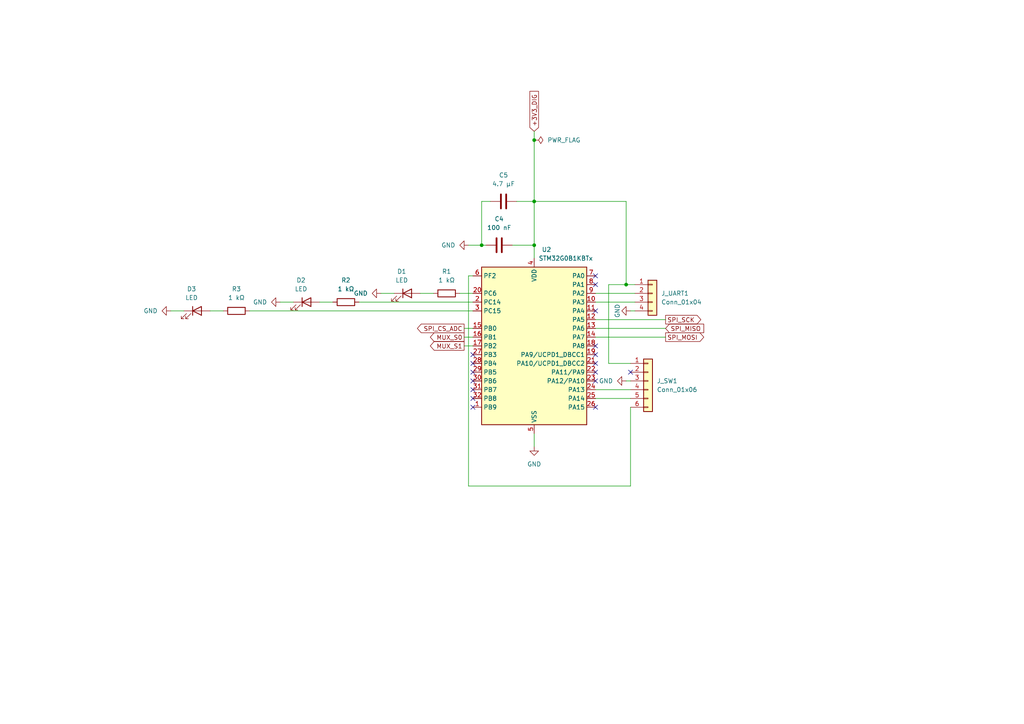
<source format=kicad_sch>
(kicad_sch (version 20230121) (generator eeschema)
  (paper "A4")
  (lib_symbols
    (symbol "Connector_Generic:Conn_01x04" (pin_names (offset 1.016) hide)
      (property "Reference" "J" (at 0 5.08 0))
      (property "Value" "Conn_01x04" (at 0 -7.62 0))
      (symbol "Conn_01x04_1_1"
        (rectangle (start -1.27 -4.953) (end 0 -5.207) (stroke (width 0.1524)))
        (rectangle (start -1.27 -2.413) (end 0 -2.667) (stroke (width 0.1524)))
        (rectangle (start -1.27 0.127) (end 0 -0.127) (stroke (width 0.1524)))
        (rectangle (start -1.27 2.667) (end 0 2.413) (stroke (width 0.1524)))
        (rectangle (start -1.27 3.81) (end 1.27 -6.35) (stroke (width 0.254)) (fill (type background)))
        (pin passive line (at -5.08 2.54 0) (length 3.81) (name "Pin_1") (number "1"))
        (pin passive line (at -5.08 0 0) (length 3.81) (name "Pin_2") (number "2"))
        (pin passive line (at -5.08 -2.54 0) (length 3.81) (name "Pin_3") (number "3"))
        (pin passive line (at -5.08 -5.08 0) (length 3.81) (name "Pin_4") (number "4"))
      )
    )
    (symbol "Connector_Generic:Conn_01x06" (pin_names (offset 1.016) hide)
      (property "Reference" "J" (at 0 7.62 0))
      (property "Value" "Conn_01x06" (at 0 -10.16 0))
      (symbol "Conn_01x06_1_1"
        (rectangle (start -1.27 -7.493) (end 0 -7.747) (stroke (width 0.1524)))
        (rectangle (start -1.27 -4.953) (end 0 -5.207) (stroke (width 0.1524)))
        (rectangle (start -1.27 -2.413) (end 0 -2.667) (stroke (width 0.1524)))
        (rectangle (start -1.27 0.127) (end 0 -0.127) (stroke (width 0.1524)))
        (rectangle (start -1.27 2.667) (end 0 2.413) (stroke (width 0.1524)))
        (rectangle (start -1.27 5.207) (end 0 4.953) (stroke (width 0.1524)))
        (rectangle (start -1.27 6.35) (end 1.27 -8.89) (stroke (width 0.254)) (fill (type background)))
        (pin passive line (at -5.08 5.08 0) (length 3.81) (name "Pin_1") (number "1"))
        (pin passive line (at -5.08 2.54 0) (length 3.81) (name "Pin_2") (number "2"))
        (pin passive line (at -5.08 0 0) (length 3.81) (name "Pin_3") (number "3"))
        (pin passive line (at -5.08 -2.54 0) (length 3.81) (name "Pin_4") (number "4"))
        (pin passive line (at -5.08 -5.08 0) (length 3.81) (name "Pin_5") (number "5"))
        (pin passive line (at -5.08 -7.62 0) (length 3.81) (name "Pin_6") (number "6"))
      )
    )
    (symbol "Device:C" (pin_numbers hide) (pin_names (offset 0.254))
      (property "Reference" "C" (at 0.635 2.54 0))
      (property "Value" "C" (at 0.635 -2.54 0))
      (symbol "C_0_1"
        (polyline (pts (xy -2.032 -0.762) (xy 2.032 -0.762)) (stroke (width 0.508)))
        (polyline (pts (xy -2.032 0.762) (xy 2.032 0.762)) (stroke (width 0.508)))
      )
      (symbol "C_1_1"
        (pin passive line (at 0 3.81 270) (length 2.794) (name "~") (number "1"))
        (pin passive line (at 0 -3.81 90) (length 2.794) (name "~") (number "2"))
      )
    )
    (symbol "Device:LED" (pin_numbers hide) (pin_names (offset 1.016) hide)
      (property "Reference" "D" (at 0 2.54 0))
      (property "Value" "LED" (at 0 -2.54 0))
      (symbol "LED_0_1"
        (polyline (pts (xy -1.27 -1.27) (xy -1.27 1.27)) (stroke (width 0.254)))
        (polyline (pts (xy -1.27 0) (xy 1.27 0)))
        (polyline (pts (xy 1.27 -1.27) (xy 1.27 1.27) (xy -1.27 0) (xy 1.27 -1.27)) (stroke (width 0.254)))
        (polyline (pts (xy -3.048 -0.762) (xy -4.572 -2.286) (xy -3.81 -2.286) (xy -4.572 -2.286) (xy -4.572 -1.524)))
        (polyline (pts (xy -1.778 -0.762) (xy -3.302 -2.286) (xy -2.54 -2.286) (xy -3.302 -2.286) (xy -3.302 -1.524)))
      )
      (symbol "LED_1_1"
        (pin passive line (at -3.81 0 0) (length 2.54) (name "K") (number "1"))
        (pin passive line (at 3.81 0 180) (length 2.54) (name "A") (number "2"))
      )
    )
    (symbol "Device:R" (pin_numbers hide) (pin_names (offset 0))
      (property "Reference" "R" (at 2.032 0 90))
      (property "Value" "R" (at 0 0 90))
      (symbol "R_0_1"
        (rectangle (start -1.016 -2.54) (end 1.016 2.54) (stroke (width 0.254)))
      )
      (symbol "R_1_1"
        (pin passive line (at 0 3.81 270) (length 1.27) (name "~") (number "1"))
        (pin passive line (at 0 -3.81 90) (length 1.27) (name "~") (number "2"))
      )
    )
    (symbol "MCU_ST_STM32G0:STM32G0B1KBTx"
      (property "Reference" "U" (at -15.24 24.13 0))
      (property "Value" "STM32G0B1KBTx" (at 2.54 24.13 0))
      (symbol "STM32G0B1KBTx_0_1"
        (rectangle (start -15.24 -22.86) (end 15.24 22.86) (stroke (width 0.254)) (fill (type background)))
      )
      (symbol "STM32G0B1KBTx_1_1"
        (pin bidirectional line (at -17.78 -17.78 0) (length 2.54) (name "PB9") (number "1"))
        (pin bidirectional line (at 17.78 12.7 180) (length 2.54) (name "PA3") (number "10"))
        (pin bidirectional line (at 17.78 10.16 180) (length 2.54) (name "PA4") (number "11"))
        (pin bidirectional line (at 17.78 7.62 180) (length 2.54) (name "PA5") (number "12"))
        (pin bidirectional line (at 17.78 5.08 180) (length 2.54) (name "PA6") (number "13"))
        (pin bidirectional line (at 17.78 2.54 180) (length 2.54) (name "PA7") (number "14"))
        (pin bidirectional line (at -17.78 5.08 0) (length 2.54) (name "PB0") (number "15"))
        (pin bidirectional line (at -17.78 2.54 0) (length 2.54) (name "PB1") (number "16"))
        (pin bidirectional line (at -17.78 0 0) (length 2.54) (name "PB2") (number "17"))
        (pin bidirectional line (at 17.78 0 180) (length 2.54) (name "PA8") (number "18"))
        (pin bidirectional line (at 17.78 -2.54 180) (length 2.54) (name "PA9/UCPD1_DBCC1") (number "19"))
        (pin bidirectional line (at -17.78 12.7 0) (length 2.54) (name "PC14") (number "2"))
        (pin bidirectional line (at -17.78 15.24 0) (length 2.54) (name "PC6") (number "20"))
        (pin bidirectional line (at 17.78 -5.08 180) (length 2.54) (name "PA10/UCPD1_DBCC2") (number "21"))
        (pin bidirectional line (at 17.78 -7.62 180) (length 2.54) (name "PA11/PA9") (number "22"))
        (pin bidirectional line (at 17.78 -10.16 180) (length 2.54) (name "PA12/PA10") (number "23"))
        (pin bidirectional line (at 17.78 -12.7 180) (length 2.54) (name "PA13") (number "24"))
        (pin bidirectional line (at 17.78 -15.24 180) (length 2.54) (name "PA14") (number "25"))
        (pin bidirectional line (at 17.78 -17.78 180) (length 2.54) (name "PA15") (number "26"))
        (pin bidirectional line (at -17.78 -2.54 0) (length 2.54) (name "PB3") (number "27"))
        (pin bidirectional line (at -17.78 -5.08 0) (length 2.54) (name "PB4") (number "28"))
        (pin bidirectional line (at -17.78 -7.62 0) (length 2.54) (name "PB5") (number "29"))
        (pin bidirectional line (at -17.78 10.16 0) (length 2.54) (name "PC15") (number "3"))
        (pin bidirectional line (at -17.78 -10.16 0) (length 2.54) (name "PB6") (number "30"))
        (pin bidirectional line (at -17.78 -12.7 0) (length 2.54) (name "PB7") (number "31"))
        (pin bidirectional line (at -17.78 -15.24 0) (length 2.54) (name "PB8") (number "32"))
        (pin power_in line (at 0 25.4 270) (length 2.54) (name "VDD") (number "4"))
        (pin power_in line (at 0 -25.4 90) (length 2.54) (name "VSS") (number "5"))
        (pin bidirectional line (at -17.78 20.32 0) (length 2.54) (name "PF2") (number "6"))
        (pin bidirectional line (at 17.78 20.32 180) (length 2.54) (name "PA0") (number "7"))
        (pin bidirectional line (at 17.78 17.78 180) (length 2.54) (name "PA1") (number "8"))
        (pin bidirectional line (at 17.78 15.24 180) (length 2.54) (name "PA2") (number "9"))
      )
    )
    (symbol "power:GND" (power) (pin_names (offset 0))
      (property "Value" "GND" (at 0 -3.81 0))
      (symbol "GND_0_1"
        (polyline (pts (xy 0 0) (xy 0 -1.27) (xy 1.27 -1.27) (xy 0 -2.54) (xy -1.27 -1.27) (xy 0 -1.27)))
      )
      (symbol "GND_1_1"
        (pin power_in line (at 0 0 270) (length 0) hide (name "GND") (number "1"))
      )
    )
    (symbol "power:PWR_FLAG" (power) (pin_numbers hide) (pin_names (offset 0) hide)
      (property "Value" "PWR_FLAG" (at 0 3.81 0))
      (symbol "PWR_FLAG_0_0"
        (pin power_out line (at 0 0 90) (length 0) (name "pwr") (number "1"))
      )
      (symbol "PWR_FLAG_0_1"
        (polyline (pts (xy 0 0) (xy 0 1.27) (xy -1.016 1.905) (xy 0 2.54) (xy 1.016 1.905) (xy 0 1.27)))
      )
    )
  )
  (junction (at 154.94 58.42))
  (junction (at 154.94 71.12))
  (junction (at 139.7 71.12))
  (junction (at 181.61 82.55))
  (junction (at 154.94 40.64))
  (no_connect (at 172.72 82.55))
  (no_connect (at 137.16 113.03))
  (no_connect (at 172.72 110.49))
  (no_connect (at 137.16 110.49))
  (no_connect (at 182.88 107.95))
  (no_connect (at 137.16 118.11))
  (no_connect (at 172.72 105.41))
  (no_connect (at 137.16 105.41))
  (no_connect (at 172.72 118.11))
  (no_connect (at 172.72 80.01))
  (no_connect (at 172.72 107.95))
  (no_connect (at 137.16 115.57))
  (no_connect (at 137.16 102.87))
  (no_connect (at 172.72 100.33))
  (no_connect (at 172.72 90.17))
  (no_connect (at 172.72 102.87))
  (no_connect (at 137.16 107.95))
  (wire (pts (xy 154.94 71.12) (xy 154.94 74.93)))
  (wire (pts (xy 137.16 80.01) (xy 135.89 80.01)))
  (wire (pts (xy 172.72 113.03) (xy 182.88 113.03)))
  (wire (pts (xy 154.94 58.42) (xy 154.94 71.12)))
  (wire (pts (xy 149.86 58.42) (xy 154.94 58.42)))
  (wire (pts (xy 181.61 82.55) (xy 181.61 58.42)))
  (wire (pts (xy 85.09 87.63) (xy 81.28 87.63)))
  (wire (pts (xy 172.72 95.25) (xy 193.04 95.25)))
  (wire (pts (xy 184.15 82.55) (xy 181.61 82.55)))
  (wire (pts (xy 60.96 90.17) (xy 64.77 90.17)))
  (wire (pts (xy 134.62 97.79) (xy 137.16 97.79)))
  (wire (pts (xy 172.72 115.57) (xy 182.88 115.57)))
  (wire (pts (xy 176.53 82.55) (xy 181.61 82.55)))
  (wire (pts (xy 140.97 71.12) (xy 139.7 71.12)))
  (wire (pts (xy 154.94 40.64) (xy 154.94 58.42)))
  (wire (pts (xy 72.39 90.17) (xy 137.16 90.17)))
  (wire (pts (xy 181.61 58.42) (xy 154.94 58.42)))
  (wire (pts (xy 182.88 140.97) (xy 182.88 118.11)))
  (wire (pts (xy 142.24 58.42) (xy 139.7 58.42)))
  (wire (pts (xy 135.89 71.12) (xy 139.7 71.12)))
  (wire (pts (xy 104.14 87.63) (xy 137.16 87.63)))
  (wire (pts (xy 172.72 97.79) (xy 193.04 97.79)))
  (wire (pts (xy 135.89 80.01) (xy 135.89 140.97)))
  (wire (pts (xy 53.34 90.17) (xy 49.53 90.17)))
  (wire (pts (xy 114.3 85.09) (xy 110.49 85.09)))
  (wire (pts (xy 176.53 82.55) (xy 176.53 105.41)))
  (wire (pts (xy 134.62 95.25) (xy 137.16 95.25)))
  (wire (pts (xy 184.15 87.63) (xy 172.72 87.63)))
  (wire (pts (xy 181.61 110.49) (xy 182.88 110.49)))
  (wire (pts (xy 148.59 71.12) (xy 154.94 71.12)))
  (wire (pts (xy 154.94 125.73) (xy 154.94 129.54)))
  (wire (pts (xy 154.94 38.1) (xy 154.94 40.64)))
  (wire (pts (xy 172.72 85.09) (xy 184.15 85.09)))
  (wire (pts (xy 139.7 58.42) (xy 139.7 71.12)))
  (wire (pts (xy 121.92 85.09) (xy 125.73 85.09)))
  (wire (pts (xy 133.35 85.09) (xy 137.16 85.09)))
  (wire (pts (xy 134.62 100.33) (xy 137.16 100.33)))
  (wire (pts (xy 172.72 92.71) (xy 193.04 92.71)))
  (wire (pts (xy 135.89 140.97) (xy 182.88 140.97)))
  (wire (pts (xy 182.88 90.17) (xy 184.15 90.17)))
  (wire (pts (xy 92.71 87.63) (xy 96.52 87.63)))
  (wire (pts (xy 176.53 105.41) (xy 182.88 105.41)))
  (global_label "SPI_SCK" (shape output) (at 193.04 92.71 0) (property "Intersheetrefs" "${INTERSHEET_REFS}" (effects hide)))
  (global_label "SPI_MOSI" (shape output) (at 193.04 97.79 0) (property "Intersheetrefs" "${INTERSHEET_REFS}" (effects hide)))
  (global_label "SPI_MISO" (shape input) (at 193.04 95.25 0) (property "Intersheetrefs" "${INTERSHEET_REFS}" (effects hide)))
  (global_label "SPI_CS_ADC" (shape output) (at 134.62 95.25 180) (property "Intersheetrefs" "${INTERSHEET_REFS}" (effects hide)))
  (global_label "MUX_S0" (shape output) (at 134.62 97.79 180) (property "Intersheetrefs" "${INTERSHEET_REFS}" (effects hide)))
  (global_label "MUX_S1" (shape output) (at 134.62 100.33 180) (property "Intersheetrefs" "${INTERSHEET_REFS}" (effects hide)))
  (global_label "+3V3_DIG" (shape input) (at 154.94 38.1 90) (property "Intersheetrefs" "${INTERSHEET_REFS}" (effects hide)))
  (symbol (lib_id "Device:C") (at 144.78 71.12 90) (mirror x) (unit 1)
    (property "Reference" "C4" (at 144.78 63.5 90))
    (property "Value" "100 nF" (at 144.78 66.04 90))
    (property "Footprint" "Capacitor_SMD:C_0603_1608Metric" (effects hide))
    (instances (project "DAQ_4CH_16bit_100kSps" (path "" (reference "C4") (unit 1)) (path "" (reference "C1") (unit 1))))
  )
  (symbol (lib_id "power:GND") (at 135.89 71.12 270) (mirror x) (unit 1)
    (property "Reference" "#PWR04" (effects hide))
    (property "Value" "GND" (at 132.08 71.12 90) (effects (justify right)))
  )
  (symbol (lib_id "power:GND") (at 154.94 129.54 0) (unit 1)
    (property "Reference" "#PWR03" (effects hide))
    (property "Value" "GND" (at 154.94 134.62 0))
  )
  (symbol (lib_id "power:GND") (at 110.49 85.09 270) (mirror x) (unit 1)
    (property "Reference" "#PWR06" (effects hide))
    (property "Value" "GND" (at 106.68 85.09 90) (effects (justify right)))
  )
  (symbol (lib_id "Device:C") (at 146.05 58.42 270) (mirror x) (unit 1)
    (property "Reference" "C5" (at 146.05 50.8 90))
    (property "Value" "4.7 µF" (at 146.05 53.34 90))
    (property "Footprint" "Capacitor_SMD:C_0805_2012Metric" (effects hide))
    (instances (project "DAQ_4CH_16bit_100kSps" (path "" (reference "C5") (unit 1)) (path "" (reference "C0") (unit 1))))
  )
  (symbol (lib_id "Device:R") (at 129.54 85.09 90) (unit 1)
    (property "Reference" "R1" (at 129.54 78.74 90))
    (property "Value" "1 kΩ" (at 129.54 81.28 90))
    (property "Footprint" "Resistor_SMD:R_0603_1608Metric" (effects hide))
  )
  (symbol (lib_id "Device:R") (at 68.58 90.17 90) (unit 1)
    (property "Reference" "R3" (at 68.58 83.82 90))
    (property "Value" "1 kΩ" (at 68.58 86.36 90))
    (property "Footprint" "Resistor_SMD:R_0603_1608Metric" (effects hide))
  )
  (symbol (lib_id "power:GND") (at 181.61 110.49 270) (unit 1)
    (property "Reference" "#PWR012" (effects hide))
    (property "Value" "GND" (at 177.8 110.49 90) (effects (justify right)))
  )
  (symbol (lib_id "Device:LED") (at 118.11 85.09 0) (unit 1)
    (property "Reference" "D1" (at 116.5225 78.74 0))
    (property "Value" "LED" (at 116.5225 81.28 0))
    (property "Footprint" "LED_SMD:LED_0603_1608Metric" (effects hide))
  )
  (symbol (lib_id "power:GND") (at 81.28 87.63 270) (mirror x) (unit 1)
    (property "Reference" "#PWR07" (effects hide))
    (property "Value" "GND" (at 77.47 87.63 90) (effects (justify right)))
  )
  (symbol (lib_id "power:GND") (at 49.53 90.17 270) (mirror x) (unit 1)
    (property "Reference" "#PWR08" (effects hide))
    (property "Value" "GND" (at 45.72 90.17 90) (effects (justify right)))
  )
  (symbol (lib_id "Device:LED") (at 57.15 90.17 0) (unit 1)
    (property "Reference" "D3" (at 55.5625 83.82 0))
    (property "Value" "LED" (at 55.5625 86.36 0))
    (property "Footprint" "LED_SMD:LED_0603_1608Metric" (effects hide))
  )
  (symbol (lib_id "Connector_Generic:Conn_01x06") (at 187.96 110.49 0) (unit 1)
    (property "Reference" "J_SW1" (at 190.5 110.49 0) (effects (justify left)))
    (property "Value" "Conn_01x06" (at 190.5 113.03 0) (effects (justify left)))
    (property "Footprint" "Connector_PinHeader_2.54mm:PinHeader_1x06_P2.54mm_Vertical" (effects hide))
  )
  (symbol (lib_id "power:PWR_FLAG") (at 154.94 40.64 270) (unit 1)
    (property "Reference" "#FLG01" (effects hide))
    (property "Value" "PWR_FLAG" (at 158.75 40.64 90) (effects (justify left)))
    (instances (project "DAQ_4CH_16bit_100kSps" (path "" (reference "#FLG01") (unit 1)) (path "" (reference "#FLG02") (unit 1))))
  )
  (symbol (lib_id "power:GND") (at 182.88 90.17 270) (unit 1)
    (property "Reference" "#PWR05" (effects hide))
    (property "Value" "GND" (at 179.07 90.17 0))
  )
  (symbol (lib_id "Device:LED") (at 88.9 87.63 0) (unit 1)
    (property "Reference" "D2" (at 87.3125 81.28 0))
    (property "Value" "LED" (at 87.3125 83.82 0))
    (property "Footprint" "LED_SMD:LED_0603_1608Metric" (effects hide))
  )
  (symbol (lib_id "Device:R") (at 100.33 87.63 90) (unit 1)
    (property "Reference" "R2" (at 100.33 81.28 90))
    (property "Value" "1 kΩ" (at 100.33 83.82 90))
    (property "Footprint" "Resistor_SMD:R_0603_1608Metric" (effects hide))
  )
  (symbol (lib_id "MCU_ST_STM32G0:STM32G0B1KBTx") (at 154.94 100.33 0) (unit 1)
    (property "Reference" "U2" (at 157.1341 72.39 0) (effects (justify left)))
    (property "Value" "STM32G0B1KBTx" (at 156.21 74.93 0) (effects (justify left)))
    (property "Footprint" "Package_QFP:LQFP-32_7x7mm_P0.8mm" (effects hide))
    (property "Datasheet" "https://www.st.com/resource/en/datasheet/stm32g0b1kb.pdf" (effects hide))
  )
  (symbol (lib_id "Connector_Generic:Conn_01x04") (at 189.23 85.09 0) (unit 1)
    (property "Reference" "J_UART1" (at 191.77 85.09 0) (effects (justify left)))
    (property "Value" "Conn_01x04" (at 191.77 87.63 0) (effects (justify left)))
    (property "Footprint" "Connector_PinHeader_2.54mm:PinHeader_1x04_P2.54mm_Vertical" (effects hide))
  )
)
</source>
